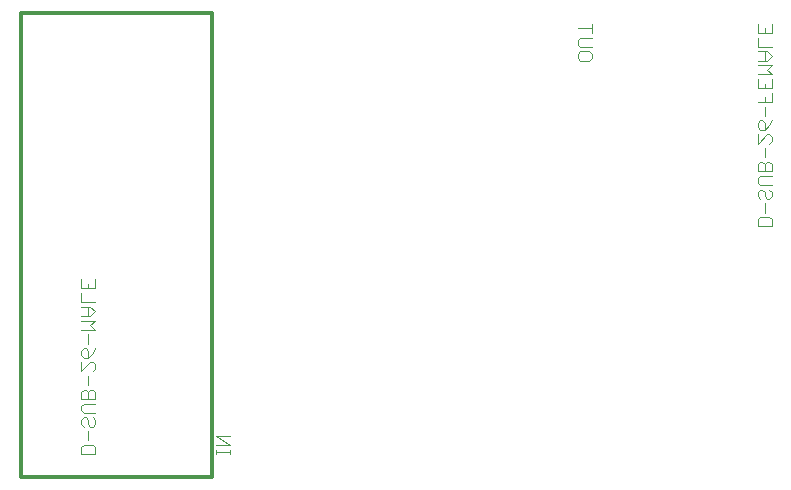
<source format=gbo>
G75*
%MOIN*%
%OFA0B0*%
%FSLAX24Y24*%
%IPPOS*%
%LPD*%
%AMOC8*
5,1,8,0,0,1.08239X$1,22.5*
%
%ADD10C,0.0120*%
%ADD11C,0.0040*%
D10*
X000160Y000226D02*
X006538Y000226D01*
X006538Y015674D01*
X000160Y015674D01*
X000160Y000226D01*
D11*
X002180Y000970D02*
X002180Y001200D01*
X002257Y001277D01*
X002564Y001277D01*
X002640Y001200D01*
X002640Y000970D01*
X002180Y000970D01*
X002410Y001430D02*
X002410Y001737D01*
X002487Y001891D02*
X002410Y001968D01*
X002410Y002121D01*
X002333Y002198D01*
X002257Y002198D01*
X002180Y002121D01*
X002180Y001968D01*
X002257Y001891D01*
X002487Y001891D02*
X002564Y001891D01*
X002640Y001968D01*
X002640Y002121D01*
X002564Y002198D01*
X002640Y002351D02*
X002257Y002351D01*
X002180Y002428D01*
X002180Y002581D01*
X002257Y002658D01*
X002640Y002658D01*
X002640Y002812D02*
X002640Y003042D01*
X002564Y003118D01*
X002487Y003118D01*
X002410Y003042D01*
X002410Y002812D01*
X002180Y002812D02*
X002180Y003042D01*
X002257Y003118D01*
X002333Y003118D01*
X002410Y003042D01*
X002410Y003272D02*
X002410Y003579D01*
X002564Y003732D02*
X002640Y003809D01*
X002640Y003963D01*
X002564Y004039D01*
X002487Y004039D01*
X002180Y003732D01*
X002180Y004039D01*
X002257Y004193D02*
X002180Y004269D01*
X002180Y004423D01*
X002257Y004500D01*
X002333Y004500D01*
X002410Y004423D01*
X002410Y004193D01*
X002257Y004193D01*
X002410Y004193D02*
X002564Y004346D01*
X002640Y004500D01*
X002410Y004653D02*
X002410Y004960D01*
X002180Y005114D02*
X002640Y005114D01*
X002487Y005267D01*
X002640Y005420D01*
X002180Y005420D01*
X002180Y005574D02*
X002487Y005574D01*
X002640Y005727D01*
X002487Y005881D01*
X002180Y005881D01*
X002180Y006034D02*
X002180Y006341D01*
X002180Y006495D02*
X002180Y006802D01*
X002410Y006648D02*
X002410Y006495D01*
X002640Y006495D02*
X002180Y006495D01*
X002640Y006495D02*
X002640Y006802D01*
X002640Y006034D02*
X002180Y006034D01*
X002410Y005881D02*
X002410Y005574D01*
X002180Y002812D02*
X002640Y002812D01*
X006680Y001584D02*
X007140Y001584D01*
X007140Y001277D02*
X006680Y001584D01*
X006680Y001277D02*
X007140Y001277D01*
X007140Y001123D02*
X007140Y000970D01*
X007140Y001047D02*
X006680Y001047D01*
X006680Y001123D02*
X006680Y000970D01*
X024730Y008564D02*
X024730Y008794D01*
X024807Y008871D01*
X025114Y008871D01*
X025190Y008794D01*
X025190Y008564D01*
X024730Y008564D01*
X024960Y009024D02*
X024960Y009331D01*
X025037Y009485D02*
X024960Y009562D01*
X024960Y009715D01*
X024883Y009792D01*
X024807Y009792D01*
X024730Y009715D01*
X024730Y009562D01*
X024807Y009485D01*
X025037Y009485D02*
X025114Y009485D01*
X025190Y009562D01*
X025190Y009715D01*
X025114Y009792D01*
X025190Y009945D02*
X024807Y009945D01*
X024730Y010022D01*
X024730Y010175D01*
X024807Y010252D01*
X025190Y010252D01*
X025190Y010406D02*
X025190Y010636D01*
X025114Y010713D01*
X025037Y010713D01*
X024960Y010636D01*
X024960Y010406D01*
X024960Y010636D02*
X024883Y010713D01*
X024807Y010713D01*
X024730Y010636D01*
X024730Y010406D01*
X025190Y010406D01*
X024960Y010866D02*
X024960Y011173D01*
X025114Y011326D02*
X025190Y011403D01*
X025190Y011557D01*
X025114Y011633D01*
X025037Y011633D01*
X024730Y011326D01*
X024730Y011633D01*
X024807Y011787D02*
X024730Y011864D01*
X024730Y012017D01*
X024807Y012094D01*
X024883Y012094D01*
X024960Y012017D01*
X024960Y011787D01*
X024807Y011787D01*
X024960Y011787D02*
X025114Y011940D01*
X025190Y012094D01*
X024960Y012247D02*
X024960Y012554D01*
X024960Y012708D02*
X024960Y012861D01*
X024730Y012708D02*
X025190Y012708D01*
X025190Y013015D01*
X025190Y013168D02*
X024730Y013168D01*
X024730Y013475D01*
X024730Y013628D02*
X025190Y013628D01*
X025037Y013782D01*
X025190Y013935D01*
X024730Y013935D01*
X024730Y014089D02*
X025037Y014089D01*
X025190Y014242D01*
X025037Y014396D01*
X024730Y014396D01*
X024730Y014549D02*
X024730Y014856D01*
X024730Y015010D02*
X024730Y015317D01*
X024960Y015163D02*
X024960Y015010D01*
X025190Y015010D02*
X024730Y015010D01*
X025190Y015010D02*
X025190Y015317D01*
X025190Y014549D02*
X024730Y014549D01*
X024960Y014396D02*
X024960Y014089D01*
X025190Y013475D02*
X025190Y013168D01*
X024960Y013168D02*
X024960Y013321D01*
X019190Y014166D02*
X019114Y014089D01*
X018807Y014089D01*
X018730Y014166D01*
X018730Y014319D01*
X018807Y014396D01*
X019114Y014396D01*
X019190Y014319D01*
X019190Y014166D01*
X019190Y014549D02*
X018807Y014549D01*
X018730Y014626D01*
X018730Y014779D01*
X018807Y014856D01*
X019190Y014856D01*
X019190Y015010D02*
X019190Y015317D01*
X019190Y015163D02*
X018730Y015163D01*
M02*

</source>
